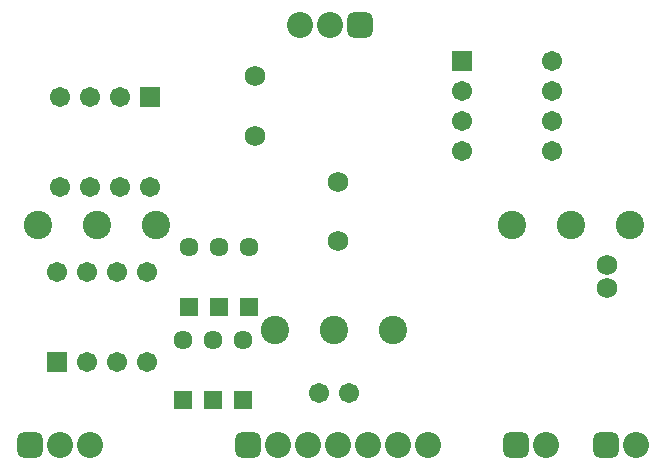
<source format=gbs>
G04*
G04 #@! TF.GenerationSoftware,Altium Limited,Altium Designer,19.0.10 (269)*
G04*
G04 Layer_Color=16711935*
%FSLAX25Y25*%
%MOIN*%
G70*
G01*
G75*
%ADD32C,0.09461*%
%ADD33R,0.06343X0.06343*%
%ADD34C,0.06343*%
%ADD35C,0.06706*%
%ADD36C,0.08674*%
G04:AMPARAMS|DCode=37|XSize=86.74mil|YSize=86.74mil|CornerRadius=23.68mil|HoleSize=0mil|Usage=FLASHONLY|Rotation=0.000|XOffset=0mil|YOffset=0mil|HoleType=Round|Shape=RoundedRectangle|*
%AMROUNDEDRECTD37*
21,1,0.08674,0.03937,0,0,0.0*
21,1,0.03937,0.08674,0,0,0.0*
1,1,0.04737,0.01968,-0.01968*
1,1,0.04737,-0.01968,-0.01968*
1,1,0.04737,-0.01968,0.01968*
1,1,0.04737,0.01968,0.01968*
%
%ADD37ROUNDEDRECTD37*%
%ADD38C,0.06800*%
%ADD39R,0.06706X0.06706*%
%ADD40R,0.06706X0.06706*%
D32*
X165565Y-71400D02*
D03*
X185250D02*
D03*
X204935D02*
D03*
X125935Y-106400D02*
D03*
X106250D02*
D03*
X86565D02*
D03*
X7565Y-71400D02*
D03*
X27250D02*
D03*
X46935D02*
D03*
D33*
X58000Y-99000D02*
D03*
X68000D02*
D03*
X78000D02*
D03*
X55898Y-130000D02*
D03*
X66000D02*
D03*
X76000D02*
D03*
D34*
X58000Y-79000D02*
D03*
X68000D02*
D03*
X78000D02*
D03*
X55898Y-110000D02*
D03*
X66000D02*
D03*
X76000D02*
D03*
D35*
X111250Y-127500D02*
D03*
X101250Y-127500D02*
D03*
X44100Y-87100D02*
D03*
X34100D02*
D03*
X24100D02*
D03*
X14100D02*
D03*
X44100Y-117100D02*
D03*
X34100D02*
D03*
X24100D02*
D03*
X179000Y-47000D02*
D03*
Y-37000D02*
D03*
Y-27000D02*
D03*
Y-17000D02*
D03*
X149000Y-47000D02*
D03*
Y-37000D02*
D03*
Y-27000D02*
D03*
X15000Y-59000D02*
D03*
X25000D02*
D03*
X35000D02*
D03*
X45000D02*
D03*
X15000Y-29000D02*
D03*
X25000D02*
D03*
X35000D02*
D03*
D36*
X25000Y-145000D02*
D03*
X15000D02*
D03*
X87500D02*
D03*
X97500D02*
D03*
X107500D02*
D03*
X117500D02*
D03*
X127500D02*
D03*
X137500D02*
D03*
X177000D02*
D03*
X207000D02*
D03*
X105000Y-5000D02*
D03*
X95000D02*
D03*
D37*
X5000Y-145000D02*
D03*
X77500D02*
D03*
X167000D02*
D03*
X197000D02*
D03*
X115000Y-5000D02*
D03*
D38*
X80000Y-41685D02*
D03*
Y-22000D02*
D03*
X107500Y-57315D02*
D03*
Y-77000D02*
D03*
X197200Y-92637D02*
D03*
Y-84763D02*
D03*
D39*
X14100Y-117100D02*
D03*
X45000Y-29000D02*
D03*
D40*
X149000Y-17000D02*
D03*
M02*

</source>
